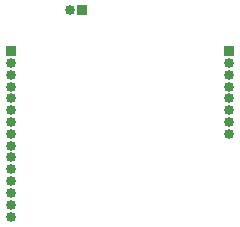
<source format=gbr>
%TF.GenerationSoftware,KiCad,Pcbnew,8.0.0*%
%TF.CreationDate,2024-03-24T15:12:36-05:00*%
%TF.ProjectId,PIC Developement Board v1.0,50494320-4465-4766-956c-6f70656d656e,rev?*%
%TF.SameCoordinates,Original*%
%TF.FileFunction,Soldermask,Bot*%
%TF.FilePolarity,Negative*%
%FSLAX46Y46*%
G04 Gerber Fmt 4.6, Leading zero omitted, Abs format (unit mm)*
G04 Created by KiCad (PCBNEW 8.0.0) date 2024-03-24 15:12:36*
%MOMM*%
%LPD*%
G01*
G04 APERTURE LIST*
%ADD10R,0.850000X0.850000*%
%ADD11O,0.850000X0.850000*%
G04 APERTURE END LIST*
D10*
%TO.C,J4*%
X147000000Y-90000000D03*
D11*
X146000000Y-90000000D03*
%TD*%
D10*
%TO.C,J1*%
X159500000Y-93500000D03*
D11*
X159500000Y-94500000D03*
X159500000Y-95500000D03*
X159500000Y-96500000D03*
X159500000Y-97500000D03*
X159500000Y-98500000D03*
X159500000Y-99500000D03*
X159500000Y-100500000D03*
%TD*%
D10*
%TO.C,J3*%
X141000000Y-93500000D03*
D11*
X141000000Y-94500000D03*
X141000000Y-95500000D03*
X141000000Y-96500000D03*
X141000000Y-97500000D03*
X141000000Y-98500000D03*
X141000000Y-99500000D03*
X141000000Y-100500000D03*
X141000000Y-101500000D03*
X141000000Y-102500000D03*
X141000000Y-103500000D03*
X141000000Y-104500000D03*
X141000000Y-105500000D03*
X141000000Y-106500000D03*
X141000000Y-107500000D03*
%TD*%
M02*

</source>
